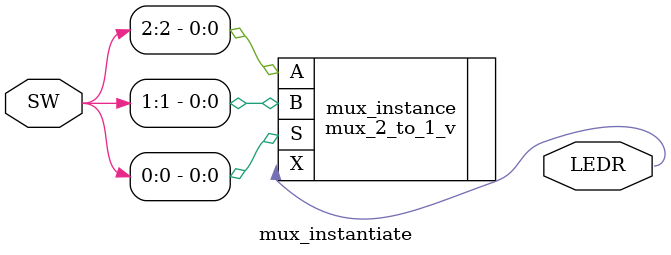
<source format=v>
module mux_instantiate(SW, LEDR);

	// Define the inputs and outputs to our module
	input [3:0]SW;
	output [0:0]LEDR; 

	// Create an instance of mux_2_to_1_v module
	mux_2_to_1_v mux_instance(.A(SW[2]), .B(SW[1]),.S(SW[0]),.X(LEDR[0]));

endmodule

// ChatGPT used to depug and format
</source>
